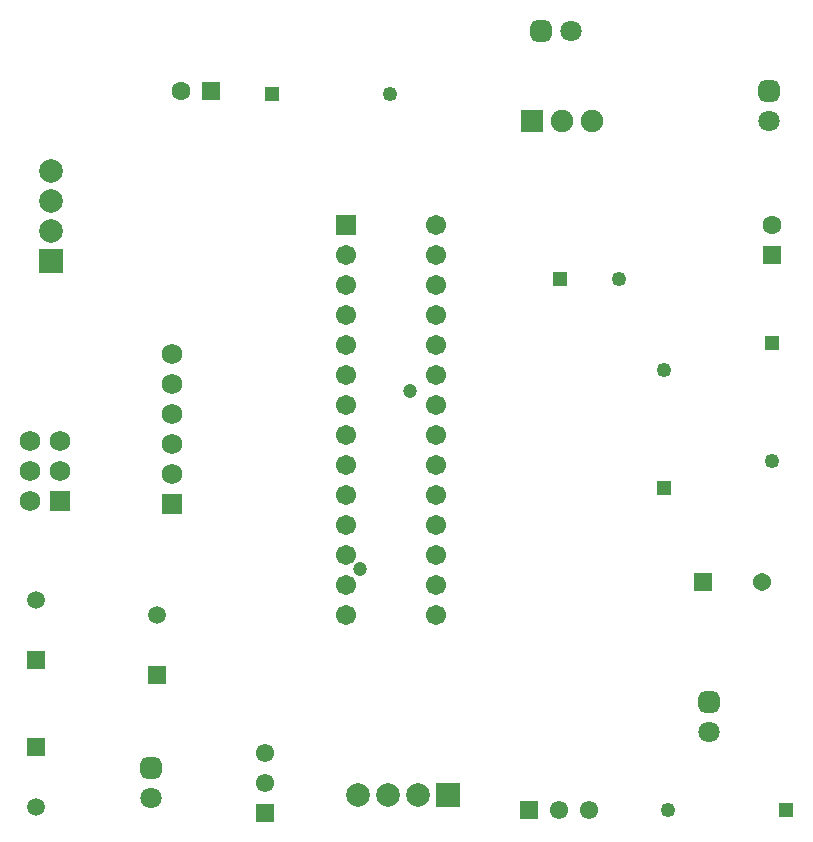
<source format=gbs>
G04*
G04 #@! TF.GenerationSoftware,Altium Limited,Altium Designer,23.8.1 (32)*
G04*
G04 Layer_Color=16711935*
%FSLAX25Y25*%
%MOIN*%
G70*
G04*
G04 #@! TF.SameCoordinates,520AAA89-0166-4477-BFE6-35E59259A02F*
G04*
G04*
G04 #@! TF.FilePolarity,Negative*
G04*
G01*
G75*
%ADD15C,0.06706*%
G04:AMPARAMS|DCode=16|XSize=70.99mil|YSize=70.99mil|CornerRadius=19.75mil|HoleSize=0mil|Usage=FLASHONLY|Rotation=270.000|XOffset=0mil|YOffset=0mil|HoleType=Round|Shape=RoundedRectangle|*
%AMROUNDEDRECTD16*
21,1,0.07099,0.03150,0,0,270.0*
21,1,0.03150,0.07099,0,0,270.0*
1,1,0.03950,-0.01575,-0.01575*
1,1,0.03950,-0.01575,0.01575*
1,1,0.03950,0.01575,0.01575*
1,1,0.03950,0.01575,-0.01575*
%
%ADD16ROUNDEDRECTD16*%
%ADD17C,0.07099*%
G04:AMPARAMS|DCode=18|XSize=70.99mil|YSize=70.99mil|CornerRadius=19.75mil|HoleSize=0mil|Usage=FLASHONLY|Rotation=0.000|XOffset=0mil|YOffset=0mil|HoleType=Round|Shape=RoundedRectangle|*
%AMROUNDEDRECTD18*
21,1,0.07099,0.03150,0,0,0.0*
21,1,0.03150,0.07099,0,0,0.0*
1,1,0.03950,0.01575,-0.01575*
1,1,0.03950,-0.01575,-0.01575*
1,1,0.03950,-0.01575,0.01575*
1,1,0.03950,0.01575,0.01575*
%
%ADD18ROUNDEDRECTD18*%
%ADD19C,0.04921*%
%ADD20R,0.04921X0.04921*%
%ADD21R,0.04921X0.04921*%
%ADD22C,0.06299*%
%ADD23R,0.06299X0.06299*%
%ADD24R,0.06299X0.06299*%
%ADD25C,0.07887*%
%ADD26R,0.07887X0.07887*%
%ADD27C,0.07493*%
%ADD28R,0.07493X0.07493*%
%ADD29C,0.06065*%
%ADD30R,0.06065X0.06065*%
%ADD31C,0.06102*%
%ADD32R,0.06102X0.06102*%
%ADD33C,0.06902*%
%ADD34R,0.06902X0.06902*%
%ADD35R,0.06102X0.06102*%
%ADD36R,0.06706X0.06706*%
%ADD37R,0.05918X0.05918*%
%ADD38C,0.05918*%
%ADD39R,0.07887X0.07887*%
%ADD40C,0.04737*%
D15*
X148500Y89500D02*
D03*
X118500D02*
D03*
X148500Y99500D02*
D03*
Y109500D02*
D03*
Y119500D02*
D03*
Y129500D02*
D03*
Y139500D02*
D03*
Y149500D02*
D03*
Y159500D02*
D03*
Y169500D02*
D03*
Y179500D02*
D03*
Y189500D02*
D03*
Y199500D02*
D03*
Y209500D02*
D03*
Y219500D02*
D03*
X118500Y99500D02*
D03*
Y109500D02*
D03*
Y119500D02*
D03*
Y129500D02*
D03*
Y139500D02*
D03*
Y149500D02*
D03*
Y159500D02*
D03*
Y169500D02*
D03*
Y179500D02*
D03*
Y189500D02*
D03*
Y199500D02*
D03*
Y209500D02*
D03*
D16*
X239500Y60500D02*
D03*
X259500Y264000D02*
D03*
X53500Y38500D02*
D03*
D17*
X239500Y50500D02*
D03*
X259500Y254000D02*
D03*
X193500Y284000D02*
D03*
X53500Y28500D02*
D03*
D18*
X183500Y284000D02*
D03*
D19*
X133185Y263000D02*
D03*
X260500Y140815D02*
D03*
X224500Y171185D02*
D03*
X225815Y24500D02*
D03*
X209343Y201500D02*
D03*
D20*
X93815Y263000D02*
D03*
X265185Y24500D02*
D03*
X189657Y201500D02*
D03*
D21*
X260500Y180185D02*
D03*
X224500Y131815D02*
D03*
D22*
X63500Y264000D02*
D03*
X260500Y219500D02*
D03*
D23*
X73500Y264000D02*
D03*
D24*
X260500Y209500D02*
D03*
D25*
X122500Y29500D02*
D03*
X132500D02*
D03*
X142500D02*
D03*
X20000Y237500D02*
D03*
Y227500D02*
D03*
Y217500D02*
D03*
D26*
X152500Y29500D02*
D03*
D27*
X200500Y254000D02*
D03*
X190500D02*
D03*
D28*
X180500D02*
D03*
D29*
X257200Y100500D02*
D03*
D30*
X237500D02*
D03*
D31*
X91500Y43500D02*
D03*
Y33500D02*
D03*
X199500Y24500D02*
D03*
X189500D02*
D03*
D32*
X91500Y23500D02*
D03*
D33*
X13000Y147500D02*
D03*
Y137500D02*
D03*
Y127500D02*
D03*
X23000Y147500D02*
D03*
Y137500D02*
D03*
X60500Y146500D02*
D03*
Y156500D02*
D03*
Y166500D02*
D03*
Y176500D02*
D03*
Y136500D02*
D03*
D34*
X23000Y127500D02*
D03*
X60500Y126500D02*
D03*
D35*
X179500Y24500D02*
D03*
D36*
X118500Y219500D02*
D03*
D37*
X15000Y74500D02*
D03*
Y45500D02*
D03*
X55500Y69500D02*
D03*
D38*
X15000Y94500D02*
D03*
Y25500D02*
D03*
X55500Y89500D02*
D03*
D39*
X20000Y207500D02*
D03*
D40*
X123100Y104900D02*
D03*
X139900Y164100D02*
D03*
M02*

</source>
